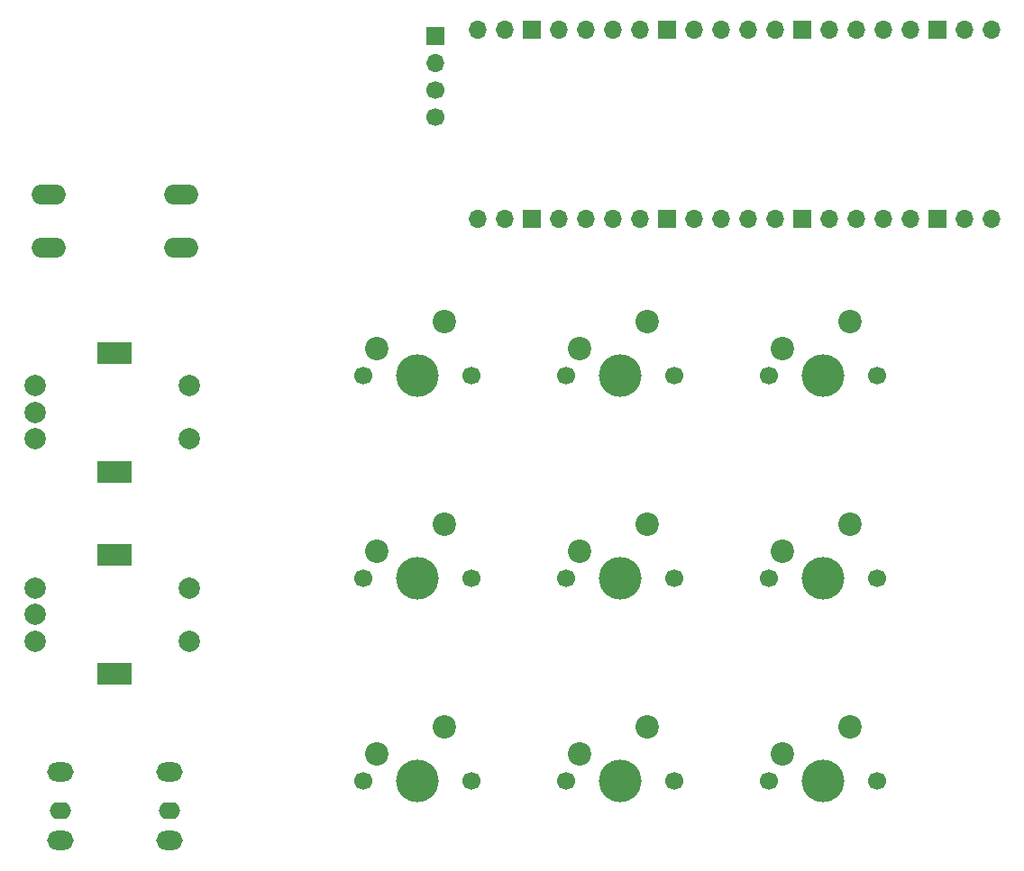
<source format=gbr>
%TF.GenerationSoftware,KiCad,Pcbnew,8.0.3*%
%TF.CreationDate,2024-07-07T11:27:56-04:00*%
%TF.ProjectId,macropad,6d616372-6f70-4616-942e-6b696361645f,1.0*%
%TF.SameCoordinates,Original*%
%TF.FileFunction,Soldermask,Bot*%
%TF.FilePolarity,Negative*%
%FSLAX46Y46*%
G04 Gerber Fmt 4.6, Leading zero omitted, Abs format (unit mm)*
G04 Created by KiCad (PCBNEW 8.0.3) date 2024-07-07 11:27:56*
%MOMM*%
%LPD*%
G01*
G04 APERTURE LIST*
%ADD10O,2.499360X1.800860*%
%ADD11O,1.998980X1.600200*%
%ADD12O,3.200000X1.900000*%
%ADD13C,2.200000*%
%ADD14C,1.700000*%
%ADD15C,4.000000*%
%ADD16C,2.000000*%
%ADD17R,3.200000X2.000000*%
%ADD18O,1.700000X1.700000*%
%ADD19R,1.700000X1.700000*%
G04 APERTURE END LIST*
D10*
%TO.C,U2*%
X138388880Y-116248800D03*
D11*
X138388880Y-119950000D03*
D10*
X138388880Y-122751200D03*
X148691120Y-122751200D03*
D11*
X148691120Y-119950000D03*
D10*
X148691120Y-116248800D03*
%TD*%
D12*
%TO.C,SW12*%
X137290000Y-62000000D03*
X149790000Y-62000000D03*
X137290000Y-67000000D03*
X149790000Y-67000000D03*
%TD*%
D13*
%TO.C,SW8*%
X206200000Y-95510000D03*
X212550000Y-92970000D03*
D14*
X215090000Y-98050000D03*
D15*
X210010000Y-98050000D03*
D14*
X204930000Y-98050000D03*
%TD*%
D16*
%TO.C,SW11*%
X136040000Y-80000000D03*
X136040000Y-85000000D03*
X136040000Y-82500000D03*
D17*
X143540000Y-76900000D03*
X143540000Y-88100000D03*
D16*
X150540000Y-85000000D03*
X150540000Y-80000000D03*
%TD*%
D13*
%TO.C,SW4*%
X187150000Y-76460000D03*
X193500000Y-73920000D03*
D14*
X196040000Y-79000000D03*
D15*
X190960000Y-79000000D03*
D14*
X185880000Y-79000000D03*
%TD*%
D13*
%TO.C,SW2*%
X168100000Y-95510000D03*
X174450000Y-92970000D03*
D14*
X176990000Y-98050000D03*
D15*
X171910000Y-98050000D03*
D14*
X166830000Y-98050000D03*
%TD*%
D16*
%TO.C,SW10*%
X136040000Y-99000000D03*
X136040000Y-104000000D03*
X136040000Y-101500000D03*
D17*
X143540000Y-95900000D03*
X143540000Y-107100000D03*
D16*
X150540000Y-104000000D03*
X150540000Y-99000000D03*
%TD*%
D13*
%TO.C,SW5*%
X187150000Y-95510000D03*
X193500000Y-92970000D03*
D14*
X196040000Y-98050000D03*
D15*
X190960000Y-98050000D03*
D14*
X185880000Y-98050000D03*
%TD*%
%TO.C,J1*%
X173664936Y-54725958D03*
X173664936Y-52185958D03*
D18*
X173664936Y-49645958D03*
D19*
X173664936Y-47105958D03*
%TD*%
D13*
%TO.C,SW7*%
X206200000Y-76460000D03*
X212550000Y-73920000D03*
D14*
X215090000Y-79000000D03*
D15*
X210010000Y-79000000D03*
D14*
X204930000Y-79000000D03*
%TD*%
D13*
%TO.C,SW6*%
X187150000Y-114560000D03*
X193500000Y-112020000D03*
D14*
X196040000Y-117100000D03*
D15*
X190960000Y-117100000D03*
D14*
X185880000Y-117100000D03*
%TD*%
D13*
%TO.C,SW9*%
X206200000Y-114560000D03*
X212550000Y-112020000D03*
D14*
X215090000Y-117100000D03*
D15*
X210010000Y-117100000D03*
D14*
X204930000Y-117100000D03*
%TD*%
D13*
%TO.C,SW1*%
X168100000Y-76460000D03*
X174450000Y-73920000D03*
D14*
X176990000Y-79000000D03*
D15*
X171910000Y-79000000D03*
D14*
X166830000Y-79000000D03*
%TD*%
D18*
%TO.C,U1*%
X225842000Y-46527000D03*
X223302000Y-46527000D03*
D19*
X220762000Y-46527000D03*
D18*
X218222000Y-46527000D03*
X215682000Y-46527000D03*
X213142000Y-46527000D03*
X210602000Y-46527000D03*
D19*
X208062000Y-46527000D03*
D18*
X205522000Y-46527000D03*
X202982000Y-46527000D03*
X200442000Y-46527000D03*
X197902000Y-46527000D03*
D19*
X195362000Y-46527000D03*
D18*
X192822000Y-46527000D03*
X190282000Y-46527000D03*
X187742000Y-46527000D03*
X185202000Y-46527000D03*
D19*
X182662000Y-46527000D03*
D18*
X180122000Y-46527000D03*
X177582000Y-46527000D03*
X177582000Y-64307000D03*
X180122000Y-64307000D03*
D19*
X182662000Y-64307000D03*
D18*
X185202000Y-64307000D03*
X187742000Y-64307000D03*
X190282000Y-64307000D03*
X192822000Y-64307000D03*
D19*
X195362000Y-64307000D03*
D18*
X197902000Y-64307000D03*
X200442000Y-64307000D03*
X202982000Y-64307000D03*
X205522000Y-64307000D03*
D19*
X208062000Y-64307000D03*
D18*
X210602000Y-64307000D03*
X213142000Y-64307000D03*
X215682000Y-64307000D03*
X218222000Y-64307000D03*
D19*
X220762000Y-64307000D03*
D18*
X223302000Y-64307000D03*
X225842000Y-64307000D03*
%TD*%
D13*
%TO.C,SW3*%
X168100000Y-114560000D03*
X174450000Y-112020000D03*
D14*
X176990000Y-117100000D03*
D15*
X171910000Y-117100000D03*
D14*
X166830000Y-117100000D03*
%TD*%
M02*

</source>
